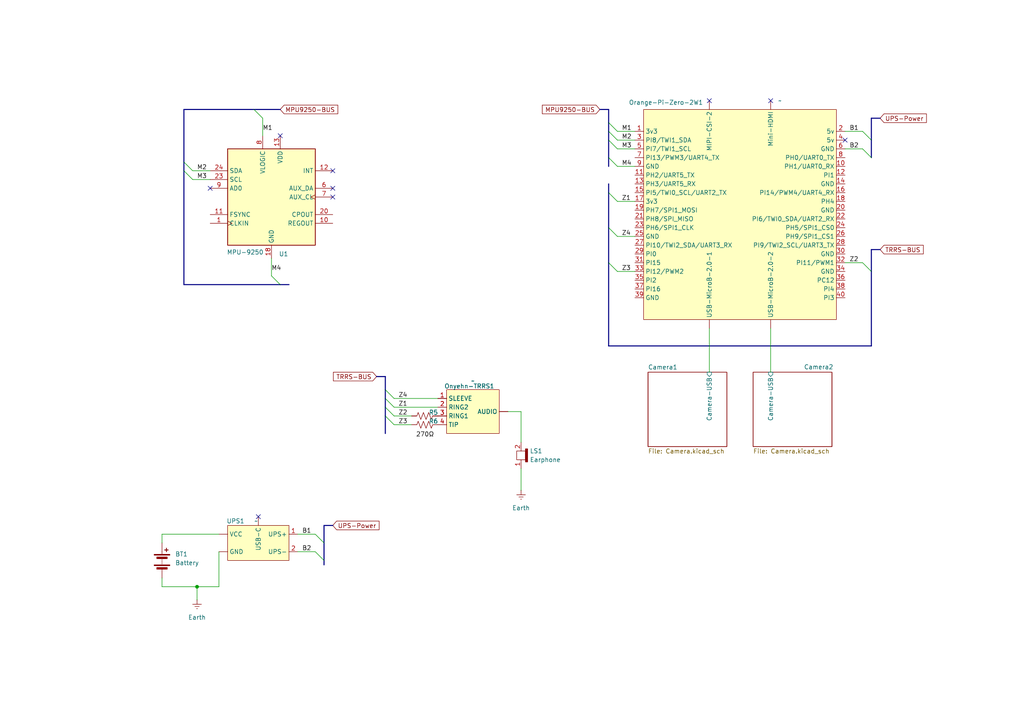
<source format=kicad_sch>
(kicad_sch (version 20250114) (generator "eeschema") (generator_version "9.0")
  (paper "A4")
  (title_block (title "World Navigation Hat") (date "2025-11-13") (rev "1.0") (company "University of San Agustin") (comment 1 "Daywan, Vince Ginno B. ") (comment 2 "ChenLin Wang") (comment 3 "Pabito, Ethel Herna C.") (comment 4 "D’Souza, Jason C"))
  (lib_symbols
    (symbol "4xxx:Onyehn-TRRS"
      (property "Reference" "Onyehn-TRRS" (at -1.27 8.128 0))
      (symbol "Onyehn-TRRS_1_0"
        (pin input line (at -10.16 3.81 0) (length 2.54) (name "SLEEVE") (number "1"))
        (pin input line (at -10.16 1.27 0) (length 2.54) (name "RING2") (number "2"))
        (pin input line (at -10.16 -1.27 0) (length 2.54) (name "RING1") (number "3"))
        (pin input line (at -10.16 -3.81 0) (length 2.54) (name "TIP") (number "4"))
        (pin output line (at 10.16 0 180) (length 2.54) (name "AUDIO") (number ""))
      )
      (symbol "Onyehn-TRRS_1_1"
        (rectangle (start -7.62 6.35) (end 7.62 -6.35) (fill (type background)))
      )
    )
    (symbol "4xxx:Orange-Pi-Zero-2W"
      (property "Reference" "Orange-Pi-Zero-2W" (at -21.082 32.766 0))
      (symbol "Orange-Pi-Zero-2W_0_0"
        (pin output line (at -30.48 24.13 0) (length 2.54) (name "3v3") (number "1"))
        (pin output line (at -30.48 21.59 0) (length 2.54) (name "PI8/TWI1_SDA") (number "3"))
        (pin output line (at -30.48 19.05 0) (length 2.54) (name "PI7/TWI1_SCL") (number "5"))
        (pin output line (at -30.48 16.51 0) (length 2.54) (name "PI13/PWM3/UART4_TX") (number "7"))
        (pin output line (at -30.48 13.97 0) (length 2.54) (name "GND") (number "9"))
        (pin output line (at -30.48 11.43 0) (length 2.54) (name "PH2/UART5_TX") (number "11"))
        (pin output line (at -30.48 8.89 0) (length 2.54) (name "PH3/UART5_RX") (number "13"))
        (pin output line (at -30.48 6.35 0) (length 2.54) (name "PI5/TWI0_SCL/UART2_TX") (number "15"))
        (pin output line (at -30.48 3.81 0) (length 2.54) (name "3v3") (number "17"))
        (pin output line (at -30.48 1.27 0) (length 2.54) (name "PH7/SPI1_MOSI") (number "19"))
        (pin output line (at -30.48 -1.27 0) (length 2.54) (name "PH8/SPI_MISO") (number "21"))
        (pin output line (at -30.48 -3.81 0) (length 2.54) (name "PH6/SPI1_CLK") (number "23"))
        (pin output line (at -30.48 -6.35 0) (length 2.54) (name "GND") (number "25"))
        (pin output line (at -30.48 -8.89 0) (length 2.54) (name "PI10/TWI2_SDA/UART3_RX") (number "27"))
        (pin output line (at -30.48 -11.43 0) (length 2.54) (name "PI0") (number "29"))
        (pin output line (at -30.48 -13.97 0) (length 2.54) (name "PI15") (number "31"))
        (pin output line (at -30.48 -16.51 0) (length 2.54) (name "PI12/PWM2") (number "33"))
        (pin output line (at -30.48 -19.05 0) (length 2.54) (name "PI2") (number "35"))
        (pin output line (at -30.48 -21.59 0) (length 2.54) (name "PI16") (number "37"))
        (pin output line (at -30.48 -24.13 0) (length 2.54) (name "GND") (number "39"))
        (pin output line (at 30.48 24.13 180) (length 2.54) (name "5v") (number "2"))
        (pin output line (at 30.48 21.59 180) (length 2.54) (name "5v") (number "4"))
        (pin output line (at 30.48 19.05 180) (length 2.54) (name "GND") (number "6"))
        (pin output line (at 30.48 16.51 180) (length 2.54) (name "PH0/UART0_TX") (number "8"))
        (pin output line (at 30.48 13.97 180) (length 2.54) (name "PH1/UART0_RX") (number "10"))
        (pin output line (at 30.48 11.43 180) (length 2.54) (name "PI1") (number "12"))
        (pin output line (at 30.48 8.89 180) (length 2.54) (name "GND") (number "14"))
        (pin output line (at 30.48 6.35 180) (length 2.54) (name "PI14/PWM4/UART4_RX") (number "16"))
        (pin output line (at 30.48 3.81 180) (length 2.54) (name "PH4") (number "18"))
        (pin output line (at 30.48 1.27 180) (length 2.54) (name "GND") (number "20"))
        (pin output line (at 30.48 -1.27 180) (length 2.54) (name "PI6/TWI0_SDA/UART2_RX") (number "22"))
        (pin output line (at 30.48 -3.81 180) (length 2.54) (name "PH5/SPI1_CS0") (number "24"))
        (pin output line (at 30.48 -6.35 180) (length 2.54) (name "PH9/SPI1_CS1") (number "26"))
        (pin output line (at 30.48 -8.89 180) (length 2.54) (name "PI9/TWI2_SCL/UART3_TX") (number "28"))
        (pin output line (at 30.48 -11.43 180) (length 2.54) (name "GND") (number "30"))
        (pin output line (at 30.48 -13.97 180) (length 2.54) (name "PI11/PWM1") (number "32"))
        (pin output line (at 30.48 -16.51 180) (length 2.54) (name "GND") (number "34"))
        (pin output line (at 30.48 -19.05 180) (length 2.54) (name "PC12") (number "36"))
        (pin output line (at 30.48 -21.59 180) (length 2.54) (name "PI4") (number "38"))
        (pin output line (at 30.48 -24.13 180) (length 2.54) (name "PI3") (number "40"))
      )
      (symbol "Orange-Pi-Zero-2W_1_1"
        (rectangle (start -27.94 30.48) (end 27.94 -30.48) (fill (type background)))
        (pin input line (at -8.89 33.02 270) (length 2.54) (name "MIPI-CSI-2") (number ""))
        (pin input line (at -8.89 -33.02 90) (length 2.54) (name "USB-MicroB-2.0-1") (number ""))
        (pin output line (at 8.89 33.02 270) (length 2.54) (name "Mini-HDMI") (number ""))
        (pin input line (at 8.89 -33.02 90) (length 2.54) (name "USB-MicroB-2.0-2") (number ""))
      )
    )
    (symbol "4xxx:UPS-5V/3A-USB-C"
      (property "Reference" "UPS" (at -7.112 6.096 0))
      (symbol "UPS-5V/3A-USB-C_1_1"
        (rectangle (start -8.89 5.08) (end 8.89 -5.08) (fill (type background)))
        (pin input line (at -11.43 2.54 0) (length 2.54) (name "VCC") (number ""))
        (pin input line (at -11.43 -2.54 0) (length 2.54) (name "GND") (number ""))
        (pin input line (at 0 7.62 270) (length 2.54) (name "USB-C") (number ""))
        (pin output line (at 11.43 2.54 180) (length 2.54) (name "UPS+") (number "1"))
        (pin output line (at 11.43 -2.54 180) (length 2.54) (name "UPS-") (number "2"))
      )
    )
    (symbol "Device:Battery" (pin_numbers (hide yes)) (pin_names (offset 0) (hide yes))
      (property "Reference" "BT" (at 2.54 2.54 0))
      (property "Value" "Battery" (at 2.54 0 0))
      (symbol "Battery_0_1"
        (rectangle (start -2.286 1.778) (end 2.286 1.524) (fill (type outline)))
        (rectangle (start -2.286 -1.27) (end 2.286 -1.524) (fill (type outline)))
        (rectangle (start -1.524 1.016) (end 1.524 0.508) (fill (type outline)))
        (rectangle (start -1.524 -2.032) (end 1.524 -2.54) (fill (type outline)))
        (polyline (pts (xy 0 1.778) (xy 0 2.54)))
        (polyline (pts (xy 0 0) (xy 0 0.254)))
        (polyline (pts (xy 0 -0.508) (xy 0 -0.254)))
        (polyline (pts (xy 0 -1.016) (xy 0 -0.762)))
        (polyline (pts (xy 0.762 3.048) (xy 1.778 3.048)) (stroke (width 0.254)))
        (polyline (pts (xy 1.27 3.556) (xy 1.27 2.54)) (stroke (width 0.254)))
      )
      (symbol "Battery_1_1"
        (pin passive line (at 0 5.08 270) (length 2.54) (name "+") (number "1"))
        (pin passive line (at 0 -5.08 90) (length 2.54) (name "-") (number "2"))
      )
    )
    (symbol "Device:Earphone" (pin_names (offset 0.0254) (hide yes))
      (property "Reference" "LS" (at 2.54 3.81 0))
      (property "Value" "Earphone" (at 2.54 1.905 0))
      (symbol "Earphone_0_1"
        (rectangle (start 1.27 0) (end -1.27 2.54))
        (rectangle (start 1.27 -0.635) (end 1.905 3.175) (fill (type outline)))
      )
      (symbol "Earphone_1_1"
        (pin passive line (at 0 5.08 270) (length 2.54) (name "+") (number "2"))
        (pin passive line (at 0 -2.54 90) (length 2.54) (name "-") (number "1"))
      )
    )
    (symbol "Device:R_US" (pin_numbers (hide yes)) (pin_names (offset 0))
      (property "Reference" "R" (at 2.54 0 90))
      (property "Value" "R_US" (at -2.54 0 90))
      (symbol "R_US_0_1"
        (polyline (pts (xy 0 2.286) (xy 0 2.54)))
        (polyline (pts (xy 0 2.286) (xy 1.016 1.905) (xy 0 1.524) (xy -1.016 1.143) (xy 0 0.762)))
        (polyline (pts (xy 0 0.762) (xy 1.016 0.381) (xy 0 0) (xy -1.016 -0.381) (xy 0 -0.762)))
        (polyline (pts (xy 0 -0.762) (xy 1.016 -1.143) (xy 0 -1.524) (xy -1.016 -1.905) (xy 0 -2.286)))
        (polyline (pts (xy 0 -2.286) (xy 0 -2.54)))
      )
      (symbol "R_US_1_1"
        (pin passive line (at 0 3.81 270) (length 1.27) (name "~") (number "1"))
        (pin passive line (at 0 -3.81 90) (length 1.27) (name "~") (number "2"))
      )
    )
    (symbol "Sensor_Motion:MPU-6050"
      (property "Reference" "U" (at -11.43 13.97 0))
      (property "Value" "MPU-6050" (at 7.62 -15.24 0))
      (symbol "MPU-6050_0_1"
        (rectangle (start -12.7 13.97) (end 12.7 -13.97) (stroke (width 0.254)) (fill (type background)))
      )
      (symbol "MPU-6050_1_1"
        (pin bidirectional line (at -17.78 7.62 0) (length 5.08) (name "SDA") (number "24"))
        (pin input line (at -17.78 5.08 0) (length 5.08) (name "SCL") (number "23"))
        (pin input line (at -17.78 2.54 0) (length 5.08) (name "AD0") (number "9"))
        (pin input line (at -17.78 -5.08 0) (length 5.08) (name "FSYNC") (number "11"))
        (pin input clock (at -17.78 -7.62 0) (length 5.08) (name "CLKIN") (number "1"))
        (pin no_connect line (at -12.7 12.7 0) (length 2.54) (hide yes) (name "NC") (number "2"))
        (pin no_connect line (at -12.7 10.16 0) (length 2.54) (hide yes) (name "NC") (number "3"))
        (pin no_connect line (at -12.7 0 0) (length 2.54) (hide yes) (name "NC") (number "4"))
        (pin no_connect line (at -12.7 -2.54 0) (length 2.54) (hide yes) (name "NC") (number "5"))
        (pin no_connect line (at -12.7 -10.16 0) (length 2.54) (hide yes) (name "NC") (number "14"))
        (pin power_in line (at -2.54 17.78 270) (length 3.81) (name "VLOGIC") (number "8"))
        (pin power_in line (at 0 -17.78 90) (length 3.81) (name "GND") (number "18"))
        (pin power_in line (at 2.54 17.78 270) (length 3.81) (name "VDD") (number "13"))
        (pin no_connect line (at 12.7 12.7 180) (length 2.54) (hide yes) (name "NC") (number "15"))
        (pin no_connect line (at 12.7 10.16 180) (length 2.54) (hide yes) (name "NC") (number "16"))
        (pin no_connect line (at 12.7 5.08 180) (length 2.54) (hide yes) (name "NC") (number "17"))
        (pin no_connect line (at 12.7 -2.54 180) (length 2.54) (hide yes) (name "RESV") (number "21"))
        (pin no_connect line (at 12.7 -10.16 180) (length 2.54) (hide yes) (name "RESV") (number "19"))
        (pin no_connect line (at 12.7 -12.7 180) (length 2.54) (hide yes) (name "RESV") (number "22"))
        (pin output line (at 17.78 7.62 180) (length 5.08) (name "INT") (number "12"))
        (pin bidirectional line (at 17.78 2.54 180) (length 5.08) (name "AUX_DA") (number "6"))
        (pin output clock (at 17.78 0 180) (length 5.08) (name "AUX_CL") (number "7"))
        (pin passive line (at 17.78 -5.08 180) (length 5.08) (name "CPOUT") (number "20"))
        (pin passive line (at 17.78 -7.62 180) (length 5.08) (name "REGOUT") (number "10"))
      )
    )
    (symbol "power:Earth" (power) (pin_numbers (hide yes)) (pin_names (offset 0) (hide yes))
      (property "Value" "Earth" (at 0 -3.81 0))
      (symbol "Earth_0_1"
        (polyline (pts (xy -0.635 -1.905) (xy 0.635 -1.905)))
        (polyline (pts (xy -0.127 -2.54) (xy 0.127 -2.54)))
        (polyline (pts (xy 0 -1.27) (xy 0 0)))
        (polyline (pts (xy 1.27 -1.27) (xy -1.27 -1.27)))
      )
      (symbol "Earth_1_1"
        (pin power_in line (at 0 0 270) (length 0) (name "~") (number "1"))
      )
    )
  )
  (junction (at 57.15 170.18))
  (no_connect (at 60.96 54.61))
  (no_connect (at 74.93 149.86))
  (no_connect (at 96.52 49.53))
  (no_connect (at 81.28 39.37))
  (no_connect (at 245.11 40.64))
  (no_connect (at 96.52 54.61))
  (no_connect (at 96.52 57.15))
  (no_connect (at 205.74 29.21))
  (no_connect (at 223.52 29.21))
  (bus_entry (at 111.76 120.65) (size 2.54 2.54))
  (bus_entry (at 250.19 38.1) (size 2.54 2.54))
  (bus_entry (at 78.74 80.01) (size 2.54 2.54))
  (bus_entry (at 176.53 35.56) (size 2.54 2.54))
  (bus_entry (at 176.53 38.1) (size 2.54 2.54))
  (bus_entry (at 53.34 49.53) (size 2.54 2.54))
  (bus_entry (at 111.76 118.11) (size 2.54 2.54))
  (bus_entry (at 53.34 46.99) (size 2.54 2.54))
  (bus_entry (at 250.19 76.2) (size 2.54 2.54))
  (bus_entry (at 91.44 160.02) (size 2.54 2.54))
  (bus_entry (at 111.76 113.03) (size 2.54 2.54))
  (bus_entry (at 250.19 43.18) (size 2.54 2.54))
  (bus_entry (at 111.76 115.57) (size 2.54 2.54))
  (bus_entry (at 176.53 66.04) (size 2.54 2.54))
  (bus_entry (at 176.53 76.2) (size 2.54 2.54))
  (bus_entry (at 176.53 55.88) (size 2.54 2.54))
  (bus_entry (at 91.44 154.94) (size 2.54 2.54))
  (bus_entry (at 73.66 31.75) (size 2.54 2.54))
  (bus_entry (at 176.53 40.64) (size 2.54 2.54))
  (bus_entry (at 176.53 45.72) (size 2.54 2.54))
  (bus (pts (xy 53.34 31.75) (xy 53.34 46.99)))
  (bus (pts (xy 173.99 31.75) (xy 176.53 31.75)))
  (bus (pts (xy 176.53 76.2) (xy 176.53 100.33)))
  (bus (pts (xy 176.53 40.64) (xy 176.53 38.1)))
  (bus (pts (xy 176.53 76.2) (xy 176.53 66.04)))
  (bus (pts (xy 252.73 40.64) (xy 252.73 34.29)))
  (wire (pts (xy 151.13 119.38) (xy 151.13 128.27)))
  (wire (pts (xy 179.07 43.18) (xy 184.15 43.18)))
  (bus (pts (xy 252.73 34.29) (xy 255.27 34.29)))
  (wire (pts (xy 57.15 170.18) (xy 46.99 170.18)))
  (bus (pts (xy 252.73 72.39) (xy 255.27 72.39)))
  (wire (pts (xy 179.07 58.42) (xy 184.15 58.42)))
  (bus (pts (xy 111.76 118.11) (xy 111.76 115.57)))
  (bus (pts (xy 111.76 115.57) (xy 111.76 113.03)))
  (wire (pts (xy 205.74 95.25) (xy 205.74 107.95)))
  (wire (pts (xy 86.36 154.94) (xy 91.44 154.94)))
  (bus (pts (xy 53.34 49.53) (xy 53.34 82.55)))
  (bus (pts (xy 176.53 66.04) (xy 176.53 55.88)))
  (bus (pts (xy 176.53 53.34) (xy 176.53 55.88)))
  (bus (pts (xy 81.28 82.55) (xy 83.82 82.55)))
  (bus (pts (xy 93.98 162.56) (xy 93.98 163.83)))
  (wire (pts (xy 245.11 43.18) (xy 250.19 43.18)))
  (wire (pts (xy 179.07 48.26) (xy 184.15 48.26)))
  (wire (pts (xy 179.07 40.64) (xy 184.15 40.64)))
  (bus (pts (xy 53.34 31.75) (xy 73.66 31.75)))
  (bus (pts (xy 176.53 100.33) (xy 252.73 100.33)))
  (bus (pts (xy 93.98 152.4) (xy 96.52 152.4)))
  (bus (pts (xy 252.73 78.74) (xy 252.73 100.33)))
  (wire (pts (xy 179.07 38.1) (xy 184.15 38.1)))
  (wire (pts (xy 179.07 68.58) (xy 184.15 68.58)))
  (wire (pts (xy 114.3 115.57) (xy 127 115.57)))
  (bus (pts (xy 176.53 38.1) (xy 176.53 35.56)))
  (wire (pts (xy 223.52 95.25) (xy 223.52 107.95)))
  (bus (pts (xy 252.73 78.74) (xy 252.73 72.39)))
  (wire (pts (xy 57.15 170.18) (xy 57.15 173.99)))
  (wire (pts (xy 78.74 74.93) (xy 78.74 80.01)))
  (wire (pts (xy 46.99 157.48) (xy 46.99 154.94)))
  (bus (pts (xy 53.34 49.53) (xy 53.34 46.99)))
  (wire (pts (xy 55.88 52.07) (xy 60.96 52.07)))
  (bus (pts (xy 176.53 45.72) (xy 176.53 40.64)))
  (wire (pts (xy 55.88 49.53) (xy 60.96 49.53)))
  (bus (pts (xy 111.76 113.03) (xy 111.76 109.22)))
  (wire (pts (xy 63.5 170.18) (xy 57.15 170.18)))
  (bus (pts (xy 111.76 120.65) (xy 111.76 125.73)))
  (bus (pts (xy 93.98 152.4) (xy 93.98 157.48)))
  (bus (pts (xy 93.98 157.48) (xy 93.98 162.56)))
  (wire (pts (xy 46.99 170.18) (xy 46.99 167.64)))
  (wire (pts (xy 114.3 123.19) (xy 119.38 123.19)))
  (bus (pts (xy 252.73 45.72) (xy 252.73 40.64)))
  (wire (pts (xy 147.32 119.38) (xy 151.13 119.38)))
  (bus (pts (xy 111.76 120.65) (xy 111.76 118.11)))
  (bus (pts (xy 53.34 82.55) (xy 81.28 82.55)))
  (wire (pts (xy 63.5 160.02) (xy 63.5 170.18)))
  (bus (pts (xy 176.53 48.26) (xy 176.53 45.72)))
  (wire (pts (xy 245.11 38.1) (xy 250.19 38.1)))
  (wire (pts (xy 114.3 120.65) (xy 119.38 120.65)))
  (wire (pts (xy 114.3 118.11) (xy 127 118.11)))
  (bus (pts (xy 176.53 35.56) (xy 176.53 31.75)))
  (wire (pts (xy 245.11 76.2) (xy 250.19 76.2)))
  (wire (pts (xy 151.13 135.89) (xy 151.13 142.24)))
  (wire (pts (xy 46.99 154.94) (xy 63.5 154.94)))
  (wire (pts (xy 76.2 34.29) (xy 76.2 39.37)))
  (wire (pts (xy 179.07 78.74) (xy 184.15 78.74)))
  (bus (pts (xy 109.22 109.22) (xy 111.76 109.22)))
  (bus (pts (xy 73.66 31.75) (xy 81.28 31.75)))
  (wire (pts (xy 86.36 160.02) (xy 91.44 160.02)))
  (label "M4" (at 78.74 78.74 0))
  (label "M2" (at 57.15 49.53 0))
  (label "M3" (at 57.15 52.07 0))
  (label "M1" (at 76.2 38.1 0))
  (label "Z2" (at 246.38 76.2 0))
  (label "Z3" (at 180.34 78.74 0))
  (label "Z1" (at 180.34 58.42 0))
  (label "270Ω" (at 120.65 127 0))
  (label "B1" (at 87.63 154.94 0))
  (label "Z4" (at 115.57 115.57 0))
  (label "Z1" (at 115.57 118.11 0))
  (label "Z2" (at 115.57 120.65 0))
  (label "Z3" (at 115.57 123.19 0))
  (label "B2" (at 87.63 160.02 0))
  (label "M1" (at 180.34 38.1 0))
  (label "M2" (at 180.34 40.64 0))
  (label "M4" (at 180.34 48.26 0))
  (label "M3" (at 180.34 43.18 0))
  (label "B2" (at 246.38 43.18 0))
  (label "B1" (at 246.38 38.1 0))
  (label "Z4" (at 180.34 68.58 0))
  (global_label "MPU9250-BUS" (shape input) (at 81.28 31.75 0) (property "Intersheetrefs" "${INTERSHEET_REFS}" (effects (hide yes))))
  (global_label "MPU9250-BUS" (shape input) (at 173.99 31.75 180) (property "Intersheetrefs" "${INTERSHEET_REFS}" (effects (hide yes))))
  (global_label "UPS-Power" (shape input) (at 96.52 152.4 0) (property "Intersheetrefs" "${INTERSHEET_REFS}" (effects (hide yes))))
  (global_label "TRRS-BUS" (shape input) (at 109.22 109.22 180) (property "Intersheetrefs" "${INTERSHEET_REFS}" (effects (hide yes))))
  (global_label "TRRS-BUS" (shape input) (at 255.27 72.39 0) (property "Intersheetrefs" "${INTERSHEET_REFS}" (effects (hide yes))))
  (global_label "UPS-Power" (shape input) (at 255.27 34.29 0) (property "Intersheetrefs" "${INTERSHEET_REFS}" (effects (hide yes))))
  (symbol (lib_id "Sensor_Motion:MPU-6050") (at 78.74 57.15 0) (unit 1)
    (property "Reference" "U1" (at 80.8833 73.66 0) (effects (justify left)))
    (property "Value" "MPU-9250" (at 65.786 73.152 0) (effects (justify left)))
    (property "Footprint" "Sensor_Motion:InvenSense_QFN-24_4x4mm_P0.5mm" (effects (hide yes)))
    (property "Datasheet" "https://invensense.tdk.com/wp-content/uploads/2015/02/MPU-6000-Datasheet1.pdf" (effects (hide yes)))
    (property "Description" "InvenSense 6-Axis Motion Sensor, Gyroscope, Accelerometer, I2C" (effects (hide yes)))
  )
  (symbol (lib_id "Device:R_US") (at 123.19 120.65 90) (unit 1)
    (property "Reference" "R5" (at 125.73 119.634 90))
    (property "Value" "R_US" (effects (hide yes)))
    (property "Description" "Resistor, US symbol" (effects (hide yes)))
  )
  (symbol (lib_id "Device:Earphone") (at 151.13 133.35 0) (unit 1)
    (property "Reference" "LS1" (at 153.67 130.8099 0) (effects (justify left)))
    (property "Value" "Earphone" (at 153.67 133.3499 0) (effects (justify left)))
    (property "Description" "Earphone, polarized" (effects (hide yes)))
  )
  (symbol (lib_id "power:Earth") (at 57.15 173.99 0) (unit 1)
    (property "Reference" "#PWR03" (effects (hide yes)))
    (property "Value" "Earth" (at 57.15 179.07 0))
    (property "Description" "Power symbol creates a global label with name \"Earth\"" (effects (hide yes)))
  )
  (symbol (lib_id "Device:Battery") (at 46.99 162.56 0) (unit 1)
    (property "Reference" "BT1" (at 50.8 160.7184 0) (effects (justify left)))
    (property "Value" "Battery" (at 50.8 163.2584 0) (effects (justify left)))
    (property "Description" "Multiple-cell battery" (effects (hide yes)))
  )
  (symbol (lib_id "4xxx:Onyehn-TRRS") (at 137.16 119.38 0) (unit 1)
    (property "Reference" "Onyehn-TRRS1" (at 136.144 112.014 0))
    (property "Value" "~" (at 137.16 110.49 0))
  )
  (symbol (lib_id "4xxx:Orange-Pi-Zero-2W") (at 214.63 62.23 0) (unit 1)
    (property "Reference" "Orange-Pi-Zero-2W1" (at 182.372 29.718 0) (effects (justify left)))
    (property "Value" "~" (at 225.6633 29.21 0) (effects (justify left)))
  )
  (symbol (lib_id "power:Earth") (at 151.13 142.24 0) (unit 1)
    (property "Reference" "#PWR02" (effects (hide yes)))
    (property "Value" "Earth" (at 151.13 147.32 0))
    (property "Description" "Power symbol creates a global label with name \"Earth\"" (effects (hide yes)))
  )
  (symbol (lib_id "4xxx:UPS-5V/3A-USB-C") (at 74.93 157.48 0) (unit 1)
    (property "Reference" "UPS1" (at 68.326 151.13 0))
    (property "Value" "~" (at 74.295 151.13 0))
  )
  (symbol (lib_id "Device:R_US") (at 123.19 123.19 90) (unit 1)
    (property "Reference" "R6" (at 125.73 122.174 90))
    (property "Value" "R_US" (effects (hide yes)))
    (property "Description" "Resistor, US symbol" (effects (hide yes)))
  )
  (sheet (at 187.96 107.95) (size 22.86 21.59) (stroke (width 0.1524))
    (property "Sheetname" "Camera1" (at 187.96 107.2384 0) (effects (justify left bottom)))
    (property "Sheetfile" "Camera.kicad_sch" (at 187.96 130.1246 0) (effects (justify left top)))
    (pin "Camera-USB" input (at 205.74 107.95 90))
  )
  (sheet (at 218.44 107.95) (size 22.86 21.59) (stroke (width 0.1524))
    (property "Sheetname" "Camera2" (at 233.172 107.188 0) (effects (justify left bottom)))
    (property "Sheetfile" "Camera.kicad_sch" (at 218.44 130.1246 0) (effects (justify left top)))
    (pin "Camera-USB" input (at 223.52 107.95 90))
  )
)
</source>
